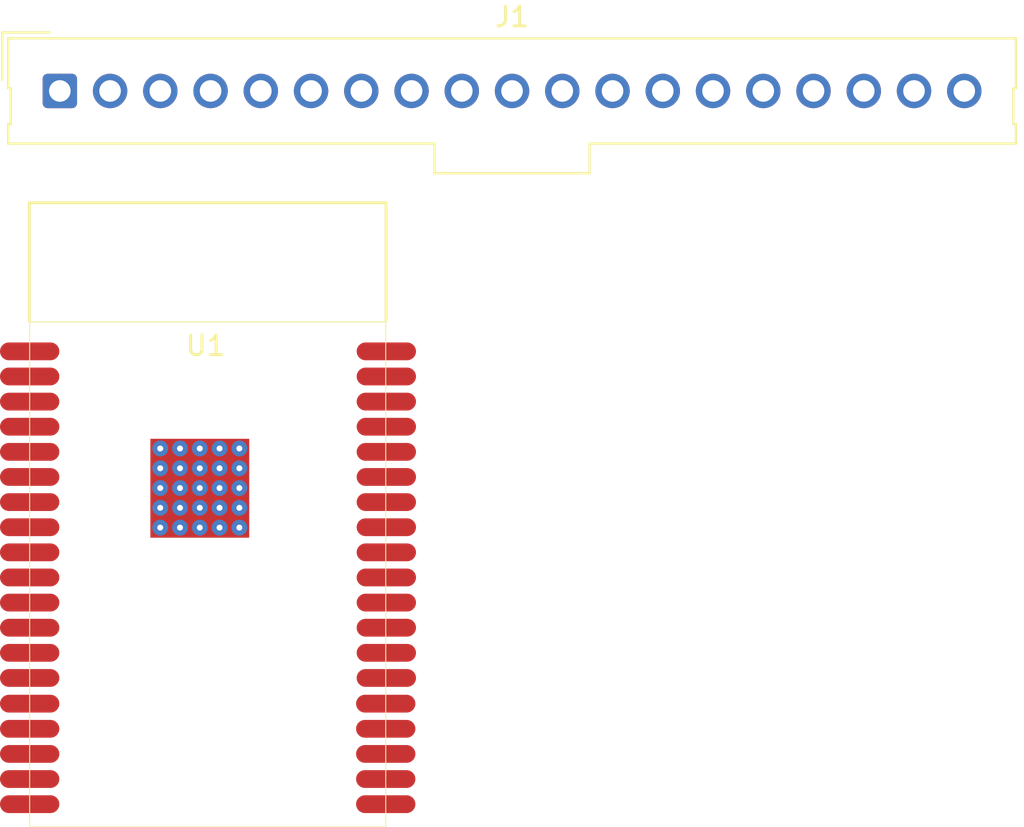
<source format=kicad_pcb>
(kicad_pcb (version 20171130) (host pcbnew "(5.1.5)-3")

  (general
    (thickness 1.6)
    (drawings 0)
    (tracks 0)
    (zones 0)
    (modules 2)
    (nets 59)
  )

  (page A4)
  (layers
    (0 F.Cu signal)
    (31 B.Cu signal)
    (32 B.Adhes user)
    (33 F.Adhes user)
    (34 B.Paste user)
    (35 F.Paste user)
    (36 B.SilkS user)
    (37 F.SilkS user)
    (38 B.Mask user)
    (39 F.Mask user)
    (40 Dwgs.User user)
    (41 Cmts.User user)
    (42 Eco1.User user)
    (43 Eco2.User user)
    (44 Edge.Cuts user)
    (45 Margin user)
    (46 B.CrtYd user)
    (47 F.CrtYd user)
    (48 B.Fab user)
    (49 F.Fab user)
  )

  (setup
    (last_trace_width 0.25)
    (trace_clearance 0.2)
    (zone_clearance 0.508)
    (zone_45_only no)
    (trace_min 0.2)
    (via_size 0.8)
    (via_drill 0.4)
    (via_min_size 0.4)
    (via_min_drill 0.3)
    (uvia_size 0.3)
    (uvia_drill 0.1)
    (uvias_allowed no)
    (uvia_min_size 0.2)
    (uvia_min_drill 0.1)
    (edge_width 0.05)
    (segment_width 0.2)
    (pcb_text_width 0.3)
    (pcb_text_size 1.5 1.5)
    (mod_edge_width 0.12)
    (mod_text_size 1 1)
    (mod_text_width 0.15)
    (pad_size 1.524 1.524)
    (pad_drill 0.762)
    (pad_to_mask_clearance 0.051)
    (solder_mask_min_width 0.25)
    (aux_axis_origin 0 0)
    (visible_elements FFFFFF7F)
    (pcbplotparams
      (layerselection 0x010fc_ffffffff)
      (usegerberextensions false)
      (usegerberattributes false)
      (usegerberadvancedattributes false)
      (creategerberjobfile false)
      (excludeedgelayer true)
      (linewidth 0.100000)
      (plotframeref false)
      (viasonmask false)
      (mode 1)
      (useauxorigin false)
      (hpglpennumber 1)
      (hpglpenspeed 20)
      (hpglpendiameter 15.000000)
      (psnegative false)
      (psa4output false)
      (plotreference true)
      (plotvalue true)
      (plotinvisibletext false)
      (padsonsilk false)
      (subtractmaskfromsilk false)
      (outputformat 1)
      (mirror false)
      (drillshape 1)
      (scaleselection 1)
      (outputdirectory ""))
  )

  (net 0 "")
  (net 1 "Net-(J1-Pad1)")
  (net 2 "Net-(J1-Pad2)")
  (net 3 "Net-(J1-Pad3)")
  (net 4 "Net-(J1-Pad4)")
  (net 5 "Net-(J1-Pad5)")
  (net 6 "Net-(J1-Pad6)")
  (net 7 "Net-(J1-Pad7)")
  (net 8 "Net-(J1-Pad8)")
  (net 9 "Net-(J1-Pad9)")
  (net 10 "Net-(J1-Pad10)")
  (net 11 "Net-(J1-Pad11)")
  (net 12 "Net-(J1-Pad12)")
  (net 13 "Net-(J1-Pad13)")
  (net 14 "Net-(J1-Pad14)")
  (net 15 "Net-(J1-Pad15)")
  (net 16 "Net-(J1-Pad16)")
  (net 17 "Net-(J1-Pad17)")
  (net 18 "Net-(J1-Pad18)")
  (net 19 "Net-(J1-Pad19)")
  (net 20 "Net-(U1-Pad39)")
  (net 21 "Net-(U1-Pad38)")
  (net 22 "Net-(U1-Pad37)")
  (net 23 "Net-(U1-Pad36)")
  (net 24 "Net-(U1-Pad35)")
  (net 25 "Net-(U1-Pad34)")
  (net 26 "Net-(U1-Pad33)")
  (net 27 "Net-(U1-Pad32)")
  (net 28 "Net-(U1-Pad31)")
  (net 29 "Net-(U1-Pad30)")
  (net 30 "Net-(U1-Pad29)")
  (net 31 "Net-(U1-Pad28)")
  (net 32 "Net-(U1-Pad27)")
  (net 33 "Net-(U1-Pad26)")
  (net 34 "Net-(U1-Pad25)")
  (net 35 "Net-(U1-Pad24)")
  (net 36 "Net-(U1-Pad23)")
  (net 37 "Net-(U1-Pad22)")
  (net 38 "Net-(U1-Pad21)")
  (net 39 "Net-(U1-Pad20)")
  (net 40 "Net-(U1-Pad19)")
  (net 41 "Net-(U1-Pad18)")
  (net 42 "Net-(U1-Pad17)")
  (net 43 "Net-(U1-Pad16)")
  (net 44 "Net-(U1-Pad15)")
  (net 45 "Net-(U1-Pad14)")
  (net 46 "Net-(U1-Pad13)")
  (net 47 "Net-(U1-Pad12)")
  (net 48 "Net-(U1-Pad11)")
  (net 49 "Net-(U1-Pad10)")
  (net 50 "Net-(U1-Pad9)")
  (net 51 "Net-(U1-Pad8)")
  (net 52 "Net-(U1-Pad7)")
  (net 53 "Net-(U1-Pad6)")
  (net 54 "Net-(U1-Pad5)")
  (net 55 "Net-(U1-Pad4)")
  (net 56 "Net-(U1-Pad3)")
  (net 57 "Net-(U1-Pad2)")
  (net 58 "Net-(U1-Pad1)")

  (net_class Default "Dies ist die voreingestellte Netzklasse."
    (clearance 0.2)
    (trace_width 0.25)
    (via_dia 0.8)
    (via_drill 0.4)
    (uvia_dia 0.3)
    (uvia_drill 0.1)
    (add_net "Net-(J1-Pad1)")
    (add_net "Net-(J1-Pad10)")
    (add_net "Net-(J1-Pad11)")
    (add_net "Net-(J1-Pad12)")
    (add_net "Net-(J1-Pad13)")
    (add_net "Net-(J1-Pad14)")
    (add_net "Net-(J1-Pad15)")
    (add_net "Net-(J1-Pad16)")
    (add_net "Net-(J1-Pad17)")
    (add_net "Net-(J1-Pad18)")
    (add_net "Net-(J1-Pad19)")
    (add_net "Net-(J1-Pad2)")
    (add_net "Net-(J1-Pad3)")
    (add_net "Net-(J1-Pad4)")
    (add_net "Net-(J1-Pad5)")
    (add_net "Net-(J1-Pad6)")
    (add_net "Net-(J1-Pad7)")
    (add_net "Net-(J1-Pad8)")
    (add_net "Net-(J1-Pad9)")
    (add_net "Net-(U1-Pad1)")
    (add_net "Net-(U1-Pad10)")
    (add_net "Net-(U1-Pad11)")
    (add_net "Net-(U1-Pad12)")
    (add_net "Net-(U1-Pad13)")
    (add_net "Net-(U1-Pad14)")
    (add_net "Net-(U1-Pad15)")
    (add_net "Net-(U1-Pad16)")
    (add_net "Net-(U1-Pad17)")
    (add_net "Net-(U1-Pad18)")
    (add_net "Net-(U1-Pad19)")
    (add_net "Net-(U1-Pad2)")
    (add_net "Net-(U1-Pad20)")
    (add_net "Net-(U1-Pad21)")
    (add_net "Net-(U1-Pad22)")
    (add_net "Net-(U1-Pad23)")
    (add_net "Net-(U1-Pad24)")
    (add_net "Net-(U1-Pad25)")
    (add_net "Net-(U1-Pad26)")
    (add_net "Net-(U1-Pad27)")
    (add_net "Net-(U1-Pad28)")
    (add_net "Net-(U1-Pad29)")
    (add_net "Net-(U1-Pad3)")
    (add_net "Net-(U1-Pad30)")
    (add_net "Net-(U1-Pad31)")
    (add_net "Net-(U1-Pad32)")
    (add_net "Net-(U1-Pad33)")
    (add_net "Net-(U1-Pad34)")
    (add_net "Net-(U1-Pad35)")
    (add_net "Net-(U1-Pad36)")
    (add_net "Net-(U1-Pad37)")
    (add_net "Net-(U1-Pad38)")
    (add_net "Net-(U1-Pad39)")
    (add_net "Net-(U1-Pad4)")
    (add_net "Net-(U1-Pad5)")
    (add_net "Net-(U1-Pad6)")
    (add_net "Net-(U1-Pad7)")
    (add_net "Net-(U1-Pad8)")
    (add_net "Net-(U1-Pad9)")
  )

  (module Connector_Molex:Molex_SL_171971-0019_1x19_P2.54mm_Vertical (layer F.Cu) (tedit 5DA36613) (tstamp 5E9239F9)
    (at 128.755001 83.085001)
    (descr "Molex Stackable Linear Connector, 171971-0019 (compatible alternatives: 171971-0119, 171971-0219), 19 Pins per row (https://www.molex.com/pdm_docs/sd/1719710002_sd.pdf), generated with kicad-footprint-generator")
    (tags "connector Molex SL vertical")
    (path /5E91DB1F)
    (fp_text reference J1 (at 22.86 -3.75) (layer F.SilkS)
      (effects (font (size 1 1) (thickness 0.15)))
    )
    (fp_text value Conn_01x19_Female (at 22.86 5.25) (layer F.Fab)
      (effects (font (size 1 1) (thickness 0.15)))
    )
    (fp_line (start -2.5 -2.55) (end -2.5 -0.24) (layer F.Fab) (width 0.1))
    (fp_line (start -2.5 -0.24) (end -2.37 -0.24) (layer F.Fab) (width 0.1))
    (fp_line (start -2.37 -0.24) (end -2.37 1.79) (layer F.Fab) (width 0.1))
    (fp_line (start -2.37 1.79) (end -2.5 1.79) (layer F.Fab) (width 0.1))
    (fp_line (start -2.5 1.79) (end -2.5 2.55) (layer F.Fab) (width 0.1))
    (fp_line (start -2.5 2.55) (end 48.22 2.55) (layer F.Fab) (width 0.1))
    (fp_line (start 48.22 2.55) (end 48.22 1.79) (layer F.Fab) (width 0.1))
    (fp_line (start 48.22 1.79) (end 48.09 1.79) (layer F.Fab) (width 0.1))
    (fp_line (start 48.09 1.79) (end 48.09 -0.24) (layer F.Fab) (width 0.1))
    (fp_line (start 48.09 -0.24) (end 48.22 -0.24) (layer F.Fab) (width 0.1))
    (fp_line (start 48.22 -0.24) (end 48.22 -2.55) (layer F.Fab) (width 0.1))
    (fp_line (start 48.22 -2.55) (end -2.5 -2.55) (layer F.Fab) (width 0.1))
    (fp_line (start 19.05 2.55) (end 19.05 4.05) (layer F.Fab) (width 0.1))
    (fp_line (start 19.05 4.05) (end 26.67 4.05) (layer F.Fab) (width 0.1))
    (fp_line (start 26.67 4.05) (end 26.67 2.55) (layer F.Fab) (width 0.1))
    (fp_line (start -2.61 -2.66) (end -2.61 -0.13) (layer F.SilkS) (width 0.12))
    (fp_line (start -2.61 -0.13) (end -2.48 -0.13) (layer F.SilkS) (width 0.12))
    (fp_line (start -2.48 -0.13) (end -2.48 1.68) (layer F.SilkS) (width 0.12))
    (fp_line (start -2.48 1.68) (end -2.61 1.68) (layer F.SilkS) (width 0.12))
    (fp_line (start -2.61 1.68) (end -2.61 2.66) (layer F.SilkS) (width 0.12))
    (fp_line (start -2.61 2.66) (end 18.94 2.66) (layer F.SilkS) (width 0.12))
    (fp_line (start 18.94 2.66) (end 18.94 4.16) (layer F.SilkS) (width 0.12))
    (fp_line (start 18.94 4.16) (end 26.78 4.16) (layer F.SilkS) (width 0.12))
    (fp_line (start 26.78 4.16) (end 26.78 2.66) (layer F.SilkS) (width 0.12))
    (fp_line (start 26.78 2.66) (end 48.33 2.66) (layer F.SilkS) (width 0.12))
    (fp_line (start 48.33 2.66) (end 48.33 1.68) (layer F.SilkS) (width 0.12))
    (fp_line (start 48.33 1.68) (end 48.2 1.68) (layer F.SilkS) (width 0.12))
    (fp_line (start 48.2 1.68) (end 48.2 -0.13) (layer F.SilkS) (width 0.12))
    (fp_line (start 48.2 -0.13) (end 48.33 -0.13) (layer F.SilkS) (width 0.12))
    (fp_line (start 48.33 -0.13) (end 48.33 -2.66) (layer F.SilkS) (width 0.12))
    (fp_line (start 48.33 -2.66) (end -2.61 -2.66) (layer F.SilkS) (width 0.12))
    (fp_line (start -2.91 -0.55) (end -2.91 -2.96) (layer F.SilkS) (width 0.12))
    (fp_line (start -2.91 -2.96) (end -0.5 -2.96) (layer F.SilkS) (width 0.12))
    (fp_line (start 0.5 -2.55) (end 0 -1.842893) (layer F.Fab) (width 0.1))
    (fp_line (start 0 -1.842893) (end -0.5 -2.55) (layer F.Fab) (width 0.1))
    (fp_line (start -3 -3.05) (end -3 4.55) (layer F.CrtYd) (width 0.05))
    (fp_line (start -3 4.55) (end 48.72 4.55) (layer F.CrtYd) (width 0.05))
    (fp_line (start 48.72 4.55) (end 48.72 -3.05) (layer F.CrtYd) (width 0.05))
    (fp_line (start 48.72 -3.05) (end -3 -3.05) (layer F.CrtYd) (width 0.05))
    (fp_text user %R (at 22.86 1.85) (layer F.Fab)
      (effects (font (size 1 1) (thickness 0.15)))
    )
    (pad 1 thru_hole roundrect (at 0 0) (size 1.74 1.74) (drill 1.09) (layers *.Cu *.Mask) (roundrect_rratio 0.143678)
      (net 1 "Net-(J1-Pad1)"))
    (pad 2 thru_hole circle (at 2.54 0) (size 1.74 1.74) (drill 1.09) (layers *.Cu *.Mask)
      (net 2 "Net-(J1-Pad2)"))
    (pad 3 thru_hole circle (at 5.08 0) (size 1.74 1.74) (drill 1.09) (layers *.Cu *.Mask)
      (net 3 "Net-(J1-Pad3)"))
    (pad 4 thru_hole circle (at 7.62 0) (size 1.74 1.74) (drill 1.09) (layers *.Cu *.Mask)
      (net 4 "Net-(J1-Pad4)"))
    (pad 5 thru_hole circle (at 10.16 0) (size 1.74 1.74) (drill 1.09) (layers *.Cu *.Mask)
      (net 5 "Net-(J1-Pad5)"))
    (pad 6 thru_hole circle (at 12.7 0) (size 1.74 1.74) (drill 1.09) (layers *.Cu *.Mask)
      (net 6 "Net-(J1-Pad6)"))
    (pad 7 thru_hole circle (at 15.24 0) (size 1.74 1.74) (drill 1.09) (layers *.Cu *.Mask)
      (net 7 "Net-(J1-Pad7)"))
    (pad 8 thru_hole circle (at 17.78 0) (size 1.74 1.74) (drill 1.09) (layers *.Cu *.Mask)
      (net 8 "Net-(J1-Pad8)"))
    (pad 9 thru_hole circle (at 20.32 0) (size 1.74 1.74) (drill 1.09) (layers *.Cu *.Mask)
      (net 9 "Net-(J1-Pad9)"))
    (pad 10 thru_hole circle (at 22.86 0) (size 1.74 1.74) (drill 1.09) (layers *.Cu *.Mask)
      (net 10 "Net-(J1-Pad10)"))
    (pad 11 thru_hole circle (at 25.4 0) (size 1.74 1.74) (drill 1.09) (layers *.Cu *.Mask)
      (net 11 "Net-(J1-Pad11)"))
    (pad 12 thru_hole circle (at 27.94 0) (size 1.74 1.74) (drill 1.09) (layers *.Cu *.Mask)
      (net 12 "Net-(J1-Pad12)"))
    (pad 13 thru_hole circle (at 30.48 0) (size 1.74 1.74) (drill 1.09) (layers *.Cu *.Mask)
      (net 13 "Net-(J1-Pad13)"))
    (pad 14 thru_hole circle (at 33.02 0) (size 1.74 1.74) (drill 1.09) (layers *.Cu *.Mask)
      (net 14 "Net-(J1-Pad14)"))
    (pad 15 thru_hole circle (at 35.56 0) (size 1.74 1.74) (drill 1.09) (layers *.Cu *.Mask)
      (net 15 "Net-(J1-Pad15)"))
    (pad 16 thru_hole circle (at 38.1 0) (size 1.74 1.74) (drill 1.09) (layers *.Cu *.Mask)
      (net 16 "Net-(J1-Pad16)"))
    (pad 17 thru_hole circle (at 40.64 0) (size 1.74 1.74) (drill 1.09) (layers *.Cu *.Mask)
      (net 17 "Net-(J1-Pad17)"))
    (pad 18 thru_hole circle (at 43.18 0) (size 1.74 1.74) (drill 1.09) (layers *.Cu *.Mask)
      (net 18 "Net-(J1-Pad18)"))
    (pad 19 thru_hole circle (at 45.72 0) (size 1.74 1.74) (drill 1.09) (layers *.Cu *.Mask)
      (net 19 "Net-(J1-Pad19)"))
    (model ${KISYS3DMOD}/Connector_Molex.3dshapes/Molex_SL_171971-0019_1x19_P2.54mm_Vertical.wrl
      (at (xyz 0 0 0))
      (scale (xyz 1 1 1))
      (rotate (xyz 0 0 0))
    )
  )

  (module KiCadGlobalFootprint:ESP32-WROVER (layer F.Cu) (tedit 5B6C7719) (tstamp 5E923A44)
    (at 136.23 95.339001)
    (path /5E91C081)
    (attr smd)
    (fp_text reference U1 (at -0.1 0.62) (layer F.SilkS)
      (effects (font (size 1 1) (thickness 0.15)))
    )
    (fp_text value ESP32-WROVER (at 0.1 2.92) (layer F.Fab) hide
      (effects (font (size 1 1) (thickness 0.15)))
    )
    (fp_line (start 9.017 -6.604) (end -9.017 -6.604) (layer F.SilkS) (width 0.15))
    (fp_line (start 9.017 -0.635) (end 9.017 -6.604) (layer F.SilkS) (width 0.15))
    (fp_line (start -9.017 -0.635) (end -9.017 -6.604) (layer F.SilkS) (width 0.15))
    (fp_line (start -9 24.95) (end -9 -0.58) (layer F.SilkS) (width 0.05))
    (fp_line (start -9 -0.58) (end 9 -0.58) (layer F.SilkS) (width 0.05))
    (fp_line (start 9 -0.58) (end 9 24.95) (layer F.SilkS) (width 0.05))
    (fp_line (start 9 24.95) (end -9 24.95) (layer F.SilkS) (width 0.05))
    (pad 39 thru_hole circle (at 1.6 5.82) (size 0.8 0.8) (drill 0.3) (layers *.Cu *.Mask)
      (net 20 "Net-(U1-Pad39)"))
    (pad 39 thru_hole circle (at 1.6 6.82) (size 0.8 0.8) (drill 0.3) (layers *.Cu *.Mask)
      (net 20 "Net-(U1-Pad39)"))
    (pad 39 thru_hole circle (at 1.6 7.82) (size 0.8 0.8) (drill 0.3) (layers *.Cu *.Mask)
      (net 20 "Net-(U1-Pad39)"))
    (pad 39 thru_hole circle (at 1.6 8.82) (size 0.8 0.8) (drill 0.3) (layers *.Cu *.Mask)
      (net 20 "Net-(U1-Pad39)"))
    (pad 39 thru_hole circle (at 1.6 9.82) (size 0.8 0.8) (drill 0.3) (layers *.Cu *.Mask)
      (net 20 "Net-(U1-Pad39)"))
    (pad 39 thru_hole circle (at -0.4 5.82) (size 0.8 0.8) (drill 0.3) (layers *.Cu *.Mask)
      (net 20 "Net-(U1-Pad39)"))
    (pad 39 thru_hole circle (at -0.4 6.82) (size 0.8 0.8) (drill 0.3) (layers *.Cu *.Mask)
      (net 20 "Net-(U1-Pad39)"))
    (pad 39 thru_hole circle (at -0.4 7.82) (size 0.8 0.8) (drill 0.3) (layers *.Cu *.Mask)
      (net 20 "Net-(U1-Pad39)"))
    (pad 39 thru_hole circle (at -0.4 8.82) (size 0.8 0.8) (drill 0.3) (layers *.Cu *.Mask)
      (net 20 "Net-(U1-Pad39)"))
    (pad 39 thru_hole circle (at -0.4 9.82) (size 0.8 0.8) (drill 0.3) (layers *.Cu *.Mask)
      (net 20 "Net-(U1-Pad39)"))
    (pad 39 thru_hole circle (at 0.6 9.82) (size 0.8 0.8) (drill 0.3) (layers *.Cu *.Mask)
      (net 20 "Net-(U1-Pad39)"))
    (pad 39 thru_hole circle (at 0.6 8.82) (size 0.8 0.8) (drill 0.3) (layers *.Cu *.Mask)
      (net 20 "Net-(U1-Pad39)"))
    (pad 39 thru_hole circle (at 0.6 7.82) (size 0.8 0.8) (drill 0.3) (layers *.Cu *.Mask)
      (net 20 "Net-(U1-Pad39)"))
    (pad 39 thru_hole circle (at 0.6 6.82) (size 0.8 0.8) (drill 0.3) (layers *.Cu *.Mask)
      (net 20 "Net-(U1-Pad39)"))
    (pad 39 thru_hole circle (at 0.6 5.82) (size 0.8 0.8) (drill 0.3) (layers *.Cu *.Mask)
      (net 20 "Net-(U1-Pad39)"))
    (pad 39 thru_hole circle (at -1.4 5.82) (size 0.8 0.8) (drill 0.3) (layers *.Cu *.Mask)
      (net 20 "Net-(U1-Pad39)"))
    (pad 39 thru_hole circle (at -1.4 6.82) (size 0.8 0.8) (drill 0.3) (layers *.Cu *.Mask)
      (net 20 "Net-(U1-Pad39)"))
    (pad 39 thru_hole circle (at -1.4 7.82) (size 0.8 0.8) (drill 0.3) (layers *.Cu *.Mask)
      (net 20 "Net-(U1-Pad39)"))
    (pad 39 thru_hole circle (at -1.4 8.82) (size 0.8 0.8) (drill 0.3) (layers *.Cu *.Mask)
      (net 20 "Net-(U1-Pad39)"))
    (pad 39 thru_hole circle (at -1.4 9.82) (size 0.8 0.8) (drill 0.3) (layers *.Cu *.Mask)
      (net 20 "Net-(U1-Pad39)"))
    (pad 39 thru_hole circle (at -2.4 9.82) (size 0.8 0.8) (drill 0.3) (layers *.Cu *.Mask)
      (net 20 "Net-(U1-Pad39)"))
    (pad 39 thru_hole circle (at -2.4 8.82) (size 0.8 0.8) (drill 0.3) (layers *.Cu *.Mask)
      (net 20 "Net-(U1-Pad39)"))
    (pad 39 thru_hole circle (at -2.4 7.82) (size 0.8 0.8) (drill 0.3) (layers *.Cu *.Mask)
      (net 20 "Net-(U1-Pad39)"))
    (pad 39 thru_hole circle (at -2.4 6.82) (size 0.8 0.8) (drill 0.3) (layers *.Cu *.Mask)
      (net 20 "Net-(U1-Pad39)"))
    (pad 38 smd oval (at 9.03 0.91) (size 3 0.9) (layers F.Cu F.Paste F.Mask)
      (net 21 "Net-(U1-Pad38)"))
    (pad 37 smd oval (at 9.03 2.18) (size 3 0.9) (layers F.Cu F.Paste F.Mask)
      (net 22 "Net-(U1-Pad37)"))
    (pad 36 smd oval (at 9.03 3.45) (size 3 0.9) (layers F.Cu F.Paste F.Mask)
      (net 23 "Net-(U1-Pad36)"))
    (pad 35 smd oval (at 9.03 4.72) (size 3 0.9) (layers F.Cu F.Paste F.Mask)
      (net 24 "Net-(U1-Pad35)"))
    (pad 34 smd oval (at 9.03 5.99) (size 3 0.9) (layers F.Cu F.Paste F.Mask)
      (net 25 "Net-(U1-Pad34)"))
    (pad 33 smd oval (at 9.03 7.26) (size 3 0.9) (layers F.Cu F.Paste F.Mask)
      (net 26 "Net-(U1-Pad33)"))
    (pad 32 smd oval (at 9.03 8.53) (size 3 0.9) (layers F.Cu F.Paste F.Mask)
      (net 27 "Net-(U1-Pad32)"))
    (pad 31 smd oval (at 9.03 9.8) (size 3 0.9) (layers F.Cu F.Paste F.Mask)
      (net 28 "Net-(U1-Pad31)"))
    (pad 30 smd oval (at 9.03 11.07) (size 3 0.9) (layers F.Cu F.Paste F.Mask)
      (net 29 "Net-(U1-Pad30)"))
    (pad 29 smd oval (at 9.03 12.34) (size 3 0.9) (layers F.Cu F.Paste F.Mask)
      (net 30 "Net-(U1-Pad29)"))
    (pad 28 smd oval (at 9.03 13.61) (size 3 0.9) (layers F.Cu F.Paste F.Mask)
      (net 31 "Net-(U1-Pad28)"))
    (pad 27 smd oval (at 9.03 14.88) (size 3 0.9) (layers F.Cu F.Paste F.Mask)
      (net 32 "Net-(U1-Pad27)"))
    (pad 26 smd oval (at 9.03 16.15) (size 3 0.9) (layers F.Cu F.Paste F.Mask)
      (net 33 "Net-(U1-Pad26)"))
    (pad 25 smd oval (at 9.03 17.42) (size 3 0.9) (layers F.Cu F.Paste F.Mask)
      (net 34 "Net-(U1-Pad25)"))
    (pad 24 smd oval (at 9 18.72) (size 3 0.9) (layers F.Cu F.Paste F.Mask)
      (net 35 "Net-(U1-Pad24)"))
    (pad 23 smd oval (at 9 19.99) (size 3 0.9) (layers F.Cu F.Paste F.Mask)
      (net 36 "Net-(U1-Pad23)"))
    (pad 22 smd oval (at 9 21.26) (size 3 0.9) (layers F.Cu F.Paste F.Mask)
      (net 37 "Net-(U1-Pad22)"))
    (pad 21 smd oval (at 9 22.53) (size 3 0.9) (layers F.Cu F.Paste F.Mask)
      (net 38 "Net-(U1-Pad21)"))
    (pad 20 smd oval (at 9 23.8) (size 3 0.9) (layers F.Cu F.Paste F.Mask)
      (net 39 "Net-(U1-Pad20)"))
    (pad 19 smd oval (at -9 23.8) (size 3 0.9) (layers F.Cu F.Paste F.Mask)
      (net 40 "Net-(U1-Pad19)"))
    (pad 18 smd oval (at -9 22.53) (size 3 0.9) (layers F.Cu F.Paste F.Mask)
      (net 41 "Net-(U1-Pad18)"))
    (pad 17 smd oval (at -9 21.26) (size 3 0.9) (layers F.Cu F.Paste F.Mask)
      (net 42 "Net-(U1-Pad17)"))
    (pad 16 smd oval (at -9 19.99) (size 3 0.9) (layers F.Cu F.Paste F.Mask)
      (net 43 "Net-(U1-Pad16)"))
    (pad 15 smd oval (at -9 18.72) (size 3 0.9) (layers F.Cu F.Paste F.Mask)
      (net 44 "Net-(U1-Pad15)"))
    (pad 14 smd oval (at -9 17.42) (size 3 0.9) (layers F.Cu F.Paste F.Mask)
      (net 45 "Net-(U1-Pad14)"))
    (pad 13 smd oval (at -9 16.15) (size 3 0.9) (layers F.Cu F.Paste F.Mask)
      (net 46 "Net-(U1-Pad13)"))
    (pad 12 smd oval (at -9 14.88) (size 3 0.9) (layers F.Cu F.Paste F.Mask)
      (net 47 "Net-(U1-Pad12)"))
    (pad 11 smd oval (at -9 13.61) (size 3 0.9) (layers F.Cu F.Paste F.Mask)
      (net 48 "Net-(U1-Pad11)"))
    (pad 10 smd oval (at -9 12.34) (size 3 0.9) (layers F.Cu F.Paste F.Mask)
      (net 49 "Net-(U1-Pad10)"))
    (pad 9 smd oval (at -9 11.07) (size 3 0.9) (layers F.Cu F.Paste F.Mask)
      (net 50 "Net-(U1-Pad9)"))
    (pad 8 smd oval (at -9 9.8) (size 3 0.9) (layers F.Cu F.Paste F.Mask)
      (net 51 "Net-(U1-Pad8)"))
    (pad 7 smd oval (at -9 8.53) (size 3 0.9) (layers F.Cu F.Paste F.Mask)
      (net 52 "Net-(U1-Pad7)"))
    (pad 6 smd oval (at -9 7.26) (size 3 0.9) (layers F.Cu F.Paste F.Mask)
      (net 53 "Net-(U1-Pad6)"))
    (pad 5 smd oval (at -9 5.99) (size 3 0.9) (layers F.Cu F.Paste F.Mask)
      (net 54 "Net-(U1-Pad5)"))
    (pad 4 smd oval (at -9 4.72) (size 3 0.9) (layers F.Cu F.Paste F.Mask)
      (net 55 "Net-(U1-Pad4)"))
    (pad 3 smd oval (at -9 3.45) (size 3 0.9) (layers F.Cu F.Paste F.Mask)
      (net 56 "Net-(U1-Pad3)"))
    (pad 2 smd oval (at -9 2.18) (size 3 0.9) (layers F.Cu F.Paste F.Mask)
      (net 57 "Net-(U1-Pad2)"))
    (pad 1 smd oval (at -9 0.91) (size 3 0.9) (layers F.Cu F.Paste F.Mask)
      (net 58 "Net-(U1-Pad1)"))
    (pad 39 smd rect (at -0.4 7.83) (size 5 5) (layers F.Cu F.Paste F.Mask)
      (net 20 "Net-(U1-Pad39)"))
    (pad 39 thru_hole circle (at -2.4 5.82) (size 0.8 0.8) (drill 0.3) (layers *.Cu *.Mask)
      (net 20 "Net-(U1-Pad39)"))
    (model ${KIWALTER3DMOD}/nrf51822-04_module.x3d
      (offset (xyz 11.00000323479652 29.99999034944534 0))
      (scale (xyz 2 2.8 1))
      (rotate (xyz 0 0 0))
    )
  )

)

</source>
